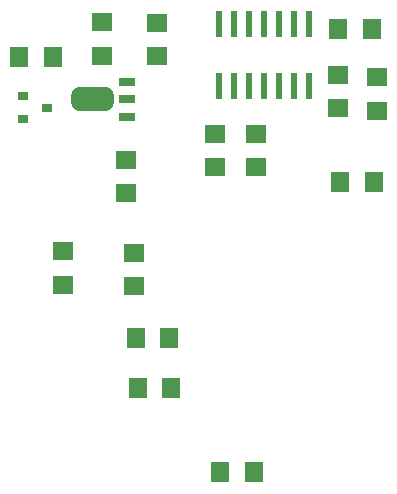
<source format=gtp>
G75*
%MOIN*%
%OFA0B0*%
%FSLAX24Y24*%
%IPPOS*%
%LPD*%
%AMOC8*
5,1,8,0,0,1.08239X$1,22.5*
%
%ADD10R,0.0630X0.0709*%
%ADD11R,0.0709X0.0630*%
%ADD12R,0.0710X0.0630*%
%ADD13R,0.0630X0.0710*%
%ADD14R,0.0350X0.0310*%
%ADD15R,0.0551X0.0315*%
%ADD16C,0.0600*%
%ADD17R,0.0236X0.0866*%
D10*
X005685Y017716D03*
X006787Y017716D03*
D11*
X008342Y023397D03*
X008342Y024499D03*
X009712Y024499D03*
X009712Y023397D03*
X012429Y025373D03*
X012429Y026475D03*
D12*
X013736Y026409D03*
X013736Y025290D03*
X006389Y027097D03*
X006389Y028216D03*
X004578Y028236D03*
X004578Y027116D03*
X005350Y023657D03*
X005350Y022538D03*
X005633Y020559D03*
X005633Y019439D03*
X003271Y019487D03*
X003271Y020606D03*
D13*
X005751Y016046D03*
X006870Y016046D03*
X008511Y013259D03*
X009630Y013259D03*
X012499Y022897D03*
X013619Y022897D03*
X013563Y028015D03*
X012444Y028015D03*
X002914Y027070D03*
X001794Y027070D03*
D14*
X001930Y025771D03*
X001930Y025011D03*
X002730Y025391D03*
D15*
X005385Y025666D03*
X005386Y025076D03*
X005386Y026257D03*
D16*
X004654Y025766D02*
X004654Y025566D01*
X003818Y025566D01*
X003818Y025766D01*
X004654Y025766D01*
D17*
X008448Y026117D03*
X008948Y026117D03*
X009448Y026117D03*
X009948Y026117D03*
X010448Y026117D03*
X010948Y026117D03*
X011448Y026117D03*
X011448Y028164D03*
X010948Y028164D03*
X010448Y028164D03*
X009948Y028164D03*
X009448Y028164D03*
X008948Y028164D03*
X008448Y028164D03*
M02*

</source>
